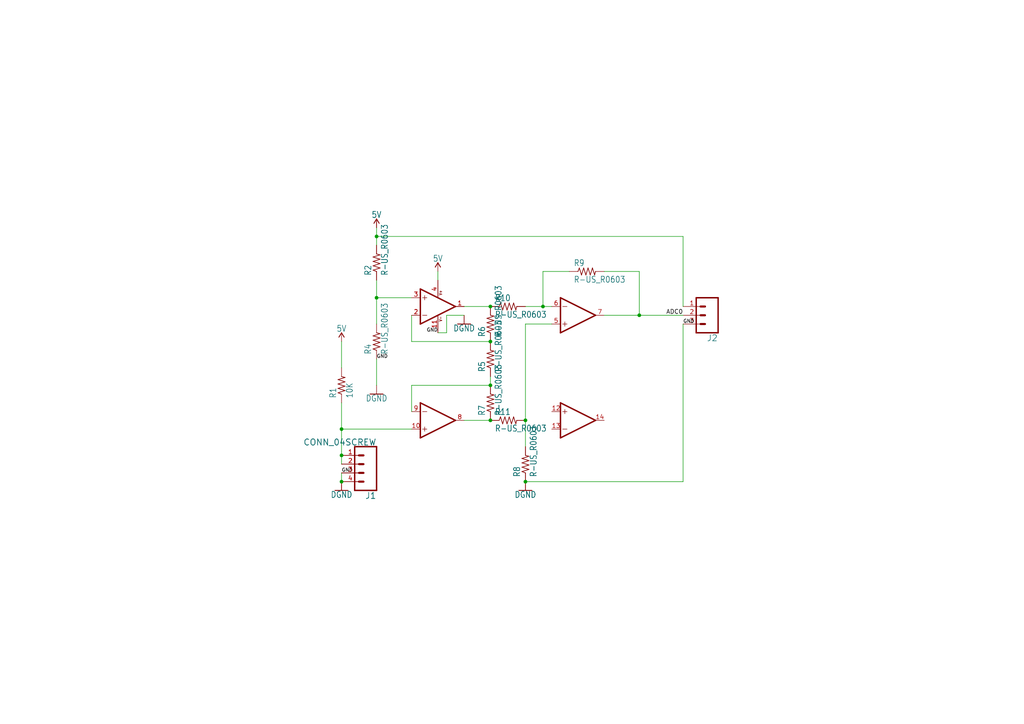
<source format=kicad_sch>
(kicad_sch (version 20220622) (generator eeschema)
  (paper "A4")
  (lib_symbols
    (symbol "Temp Sensor C-eagle-import:5V" (power)
      (property "Value" "5V" (at 0 2.794 0))
      (symbol "5V_1_0"
        (polyline (pts (xy 0 2.54) (xy -0.762 1.27)) (stroke (width 0.254)))
        (polyline (pts (xy 0.762 1.27) (xy 0 2.54)) (stroke (width 0.254)))
        (pin power_in line (at 0 0 90) (length 2.54) (name "5V") (number "1"))
      )
    )
    (symbol "Temp Sensor C-eagle-import:CONN_03"
      (property "Reference" "J" (at -2.54 5.588 0))
      (property "Value" "CONN_03" (at -2.54 -7.366 0))
      (symbol "CONN_03_1_0"
        (polyline (pts (xy -2.54 5.08) (xy -2.54 -5.08)) (stroke (width 0.4064)))
        (polyline (pts (xy -2.54 5.08) (xy 3.81 5.08)) (stroke (width 0.4064)))
        (polyline (pts (xy 1.27 -2.54) (xy 2.54 -2.54)) (stroke (width 0.6096)))
        (polyline (pts (xy 1.27 0) (xy 2.54 0)) (stroke (width 0.6096)))
        (polyline (pts (xy 1.27 2.54) (xy 2.54 2.54)) (stroke (width 0.6096)))
        (polyline (pts (xy 3.81 -5.08) (xy -2.54 -5.08)) (stroke (width 0.4064)))
        (polyline (pts (xy 3.81 -5.08) (xy 3.81 5.08)) (stroke (width 0.4064)))
        (pin passive line (at 7.62 -2.54 180) (length 5.08) (name "1") (number "1"))
        (pin passive line (at 7.62 0 180) (length 5.08) (name "2") (number "2"))
        (pin passive line (at 7.62 2.54 180) (length 5.08) (name "3") (number "3"))
      )
    )
    (symbol "Temp Sensor C-eagle-import:CONN_04SCREW"
      (property "Reference" "J" (at -5.08 8.128 0))
      (property "Value" "CONN_04SCREW" (at -5.08 -7.366 0))
      (symbol "CONN_04SCREW_1_0"
        (polyline (pts (xy -5.08 7.62) (xy -5.08 -5.08)) (stroke (width 0.4064)))
        (polyline (pts (xy -5.08 7.62) (xy 1.27 7.62)) (stroke (width 0.4064)))
        (polyline (pts (xy -1.27 -2.54) (xy 0 -2.54)) (stroke (width 0.6096)))
        (polyline (pts (xy -1.27 0) (xy 0 0)) (stroke (width 0.6096)))
        (polyline (pts (xy -1.27 2.54) (xy 0 2.54)) (stroke (width 0.6096)))
        (polyline (pts (xy -1.27 5.08) (xy 0 5.08)) (stroke (width 0.6096)))
        (polyline (pts (xy 1.27 -5.08) (xy -5.08 -5.08)) (stroke (width 0.4064)))
        (polyline (pts (xy 1.27 -5.08) (xy 1.27 7.62)) (stroke (width 0.4064)))
        (pin passive line (at 5.08 -2.54 180) (length 5.08) (name "1") (number "1"))
        (pin passive line (at 5.08 0 180) (length 5.08) (name "2") (number "2"))
        (pin passive line (at 5.08 2.54 180) (length 5.08) (name "3") (number "3"))
        (pin passive line (at 5.08 5.08 180) (length 5.08) (name "4") (number "4"))
      )
    )
    (symbol "Temp Sensor C-eagle-import:DGND" (power)
      (property "Value" "DGND" (at 0 -0.254 0))
      (symbol "DGND_1_0"
        (polyline (pts (xy -1.905 0) (xy 1.905 0)) (stroke (width 0.254)))
        (pin power_in line (at 0 2.54 270) (length 2.54) (name "GND") (number "1"))
      )
    )
    (symbol "Temp Sensor C-eagle-import:MCP604SL"
      (symbol "MCP604SL_1_0"
        (polyline (pts (xy -5.08 -5.08) (xy 5.08 0)) (stroke (width 0.4064)))
        (polyline (pts (xy -5.08 5.08) (xy -5.08 -5.08)) (stroke (width 0.4064)))
        (polyline (pts (xy -4.445 -2.54) (xy -3.175 -2.54)) (stroke (width 0.1524)))
        (polyline (pts (xy -4.445 2.54) (xy -3.175 2.54)) (stroke (width 0.1524)))
        (polyline (pts (xy -3.81 3.175) (xy -3.81 1.905)) (stroke (width 0.1524)))
        (polyline (pts (xy 5.08 0) (xy -5.08 5.08)) (stroke (width 0.4064)))
        (pin output line (at 7.62 0 180) (length 2.54) (name "OUT") (number "1"))
        (pin input line (at -7.62 -2.54 0) (length 2.54) (name "-IN") (number "2"))
        (pin input line (at -7.62 2.54 0) (length 2.54) (name "+IN") (number "3"))
      )
      (symbol "MCP604SL_2_0"
        (polyline (pts (xy -5.08 -5.08) (xy 5.08 0)) (stroke (width 0.4064)))
        (polyline (pts (xy -5.08 5.08) (xy -5.08 -5.08)) (stroke (width 0.4064)))
        (polyline (pts (xy -4.445 -2.54) (xy -3.175 -2.54)) (stroke (width 0.1524)))
        (polyline (pts (xy -4.445 2.54) (xy -3.175 2.54)) (stroke (width 0.1524)))
        (polyline (pts (xy -3.81 3.175) (xy -3.81 1.905)) (stroke (width 0.1524)))
        (polyline (pts (xy 5.08 0) (xy -5.08 5.08)) (stroke (width 0.4064)))
        (pin input line (at -7.62 2.54 0) (length 2.54) (name "+IN") (number "5"))
        (pin input line (at -7.62 -2.54 0) (length 2.54) (name "-IN") (number "6"))
        (pin output line (at 7.62 0 180) (length 2.54) (name "OUT") (number "7"))
      )
      (symbol "MCP604SL_3_0"
        (polyline (pts (xy -5.08 -5.08) (xy 5.08 0)) (stroke (width 0.4064)))
        (polyline (pts (xy -5.08 5.08) (xy -5.08 -5.08)) (stroke (width 0.4064)))
        (polyline (pts (xy -4.445 -2.54) (xy -3.175 -2.54)) (stroke (width 0.1524)))
        (polyline (pts (xy -4.445 2.54) (xy -3.175 2.54)) (stroke (width 0.1524)))
        (polyline (pts (xy -3.81 3.175) (xy -3.81 1.905)) (stroke (width 0.1524)))
        (polyline (pts (xy 5.08 0) (xy -5.08 5.08)) (stroke (width 0.4064)))
        (pin input line (at -7.62 2.54 0) (length 2.54) (name "+IN") (number "10"))
        (pin output line (at 7.62 0 180) (length 2.54) (name "OUT") (number "8"))
        (pin input line (at -7.62 -2.54 0) (length 2.54) (name "-IN") (number "9"))
      )
      (symbol "MCP604SL_4_0"
        (polyline (pts (xy -5.08 -5.08) (xy 5.08 0)) (stroke (width 0.4064)))
        (polyline (pts (xy -5.08 5.08) (xy -5.08 -5.08)) (stroke (width 0.4064)))
        (polyline (pts (xy -4.445 -2.54) (xy -3.175 -2.54)) (stroke (width 0.1524)))
        (polyline (pts (xy -4.445 2.54) (xy -3.175 2.54)) (stroke (width 0.1524)))
        (polyline (pts (xy -3.81 3.175) (xy -3.81 1.905)) (stroke (width 0.1524)))
        (polyline (pts (xy 5.08 0) (xy -5.08 5.08)) (stroke (width 0.4064)))
        (pin input line (at -7.62 2.54 0) (length 2.54) (name "+IN") (number "12"))
        (pin input line (at -7.62 -2.54 0) (length 2.54) (name "-IN") (number "13"))
        (pin output line (at 7.62 0 180) (length 2.54) (name "OUT") (number "14"))
      )
      (symbol "MCP604SL_5_0"
        (text "V+" (at 1.27 3.175 900) (effects (font (size 0.8128 0.6908)) (justify left bottom)))
        (text "V-" (at 1.27 -4.445 900) (effects (font (size 0.8128 0.6908)) (justify left bottom)))
        (pin power_in line (at 0 -7.62 90) (length 5.08) (name "V-") (number "11"))
        (pin power_in line (at 0 7.62 270) (length 5.08) (name "V+") (number "4"))
      )
    )
    (symbol "Temp Sensor C-eagle-import:R-US_R0603"
      (property "Reference" "R" (at -3.81 1.4986 0))
      (property "Value" "R-US_R0603" (at -3.81 -3.302 0))
      (symbol "R-US_R0603_1_0"
        (polyline (pts (xy -2.54 0) (xy -2.159 1.016)) (stroke (width 0.2032)))
        (polyline (pts (xy -2.159 1.016) (xy -1.524 -1.016)) (stroke (width 0.2032)))
        (polyline (pts (xy -1.524 -1.016) (xy -0.889 1.016)) (stroke (width 0.2032)))
        (polyline (pts (xy -0.889 1.016) (xy -0.254 -1.016)) (stroke (width 0.2032)))
        (polyline (pts (xy -0.254 -1.016) (xy 0.381 1.016)) (stroke (width 0.2032)))
        (polyline (pts (xy 0.381 1.016) (xy 1.016 -1.016)) (stroke (width 0.2032)))
        (polyline (pts (xy 1.016 -1.016) (xy 1.651 1.016)) (stroke (width 0.2032)))
        (polyline (pts (xy 1.651 1.016) (xy 2.286 -1.016)) (stroke (width 0.2032)))
        (polyline (pts (xy 2.286 -1.016) (xy 2.54 0)) (stroke (width 0.2032)))
        (pin passive line (at -5.08 0 0) (length 2.54) (name "1") (number "1"))
        (pin passive line (at 5.08 0 180) (length 2.54) (name "2") (number "2"))
      )
    )
  )
  (junction (at 99.06 139.7))
  (junction (at 152.4 121.92))
  (junction (at 142.24 88.9))
  (junction (at 157.48 88.9))
  (junction (at 142.24 121.92))
  (junction (at 99.06 132.08))
  (junction (at 152.4 139.7))
  (junction (at 142.24 99.06))
  (junction (at 185.42 91.44))
  (junction (at 142.24 111.76))
  (junction (at 99.06 124.46))
  (junction (at 109.22 68.58))
  (junction (at 109.22 86.36))
  (wire (pts (xy 157.48 78.74) (xy 157.48 88.9)))
  (wire (pts (xy 109.22 81.28) (xy 109.22 86.36)))
  (wire (pts (xy 119.38 111.76) (xy 142.24 111.76)))
  (wire (pts (xy 152.4 88.9) (xy 157.48 88.9)))
  (wire (pts (xy 142.24 111.76) (xy 142.24 109.22)))
  (wire (pts (xy 109.22 71.12) (xy 109.22 68.58)))
  (wire (pts (xy 175.26 78.74) (xy 185.42 78.74)))
  (wire (pts (xy 198.12 93.98) (xy 198.12 139.7)))
  (wire (pts (xy 152.4 129.54) (xy 152.4 121.92)))
  (wire (pts (xy 198.12 139.7) (xy 152.4 139.7)))
  (wire (pts (xy 142.24 88.9) (xy 134.62 88.9)))
  (wire (pts (xy 198.12 68.58) (xy 109.22 68.58)))
  (wire (pts (xy 185.42 91.44) (xy 175.26 91.44)))
  (wire (pts (xy 127 81.28) (xy 127 78.74)))
  (wire (pts (xy 119.38 119.38) (xy 119.38 111.76)))
  (wire (pts (xy 152.4 93.98) (xy 160.02 93.98)))
  (wire (pts (xy 129.54 91.44) (xy 134.62 91.44)))
  (wire (pts (xy 119.38 91.44) (xy 119.38 99.06)))
  (wire (pts (xy 157.48 88.9) (xy 160.02 88.9)))
  (wire (pts (xy 119.38 99.06) (xy 142.24 99.06)))
  (wire (pts (xy 134.62 121.92) (xy 142.24 121.92)))
  (wire (pts (xy 185.42 78.74) (xy 185.42 91.44)))
  (wire (pts (xy 129.54 96.52) (xy 129.54 91.44)))
  (wire (pts (xy 99.06 132.08) (xy 99.06 134.62)))
  (wire (pts (xy 198.12 88.9) (xy 198.12 68.58)))
  (wire (pts (xy 99.06 137.16) (xy 99.06 139.7)))
  (wire (pts (xy 165.1 78.74) (xy 157.48 78.74)))
  (wire (pts (xy 127 96.52) (xy 129.54 96.52)))
  (wire (pts (xy 109.22 68.58) (xy 109.22 66.04)))
  (wire (pts (xy 119.38 86.36) (xy 109.22 86.36)))
  (wire (pts (xy 185.42 91.44) (xy 198.12 91.44)))
  (wire (pts (xy 119.38 124.46) (xy 99.06 124.46)))
  (wire (pts (xy 99.06 116.84) (xy 99.06 124.46)))
  (wire (pts (xy 99.06 106.68) (xy 99.06 99.06)))
  (wire (pts (xy 109.22 86.36) (xy 109.22 93.98)))
  (wire (pts (xy 99.06 132.08) (xy 99.06 124.46)))
  (wire (pts (xy 109.22 104.14) (xy 109.22 111.76)))
  (wire (pts (xy 152.4 121.92) (xy 152.4 93.98)))
  (label "GND" (at 109.22 104.14 0) (effects (font (size 1.016 1.016))))
  (label "ADC0" (at 198.12 91.44 180) (effects (font (size 1.2446 1.2446))))
  (label "GND" (at 198.12 93.98 0) (effects (font (size 1.016 1.016))))
  (label "GND" (at 99.06 137.16 0) (effects (font (size 1.016 1.016))))
  (label "GND" (at 127 96.52 180) (effects (font (size 1.016 1.016))))
  (symbol (lib_id "Temp Sensor C-eagle-import:MCP604SL") (at 127 88.9 0) (unit 1)
    (default_instance (reference "U") (unit 1) (value "") (footprint ""))
    (property "Reference" "IC1" (effects hide))
    (property "Value" "MCP604SL" (effects hide))
    (property "Footprint" "Temp Sensor C:SO14" (effects hide))
  )
  (symbol (lib_id "Temp Sensor C-eagle-import:R-US_R0603") (at 109.22 76.2 90) (unit 1)
    (default_instance (reference "U") (unit 1) (value "") (footprint ""))
    (property "Reference" "R2" (at 107.7214 80.01 0) (effects (font (size 1.778 1.5113)) (justify left bottom)))
    (property "Value" "R-US_R0603" (at 112.522 80.01 0) (effects (font (size 1.778 1.5113)) (justify left bottom)))
    (property "Footprint" "Temp Sensor C:R0603" (effects hide))
  )
  (symbol (lib_id "Temp Sensor C-eagle-import:5V") (at 127 78.74 0) (unit 1)
    (default_instance (reference "U") (unit 1) (value "") (footprint ""))
    (property "Reference" "#SUPPLY3" (effects hide))
    (property "Value" "5V" (at 127 75.946 0) (effects (font (size 1.778 1.5113)) (justify bottom)))
    (property "Footprint" "Temp Sensor C:" (effects hide))
  )
  (symbol (lib_id "Temp Sensor C-eagle-import:R-US_R0603") (at 109.22 99.06 90) (unit 1)
    (default_instance (reference "U") (unit 1) (value "") (footprint ""))
    (property "Reference" "R4" (at 107.7214 102.87 0) (effects (font (size 1.778 1.5113)) (justify left bottom)))
    (property "Value" "R-US_R0603" (at 112.522 102.87 0) (effects (font (size 1.778 1.5113)) (justify left bottom)))
    (property "Footprint" "Temp Sensor C:R0603" (effects hide))
  )
  (symbol (lib_id "Temp Sensor C-eagle-import:R-US_R0603") (at 142.24 104.14 90) (unit 1)
    (default_instance (reference "U") (unit 1) (value "") (footprint ""))
    (property "Reference" "R5" (at 140.7414 107.95 0) (effects (font (size 1.778 1.5113)) (justify left bottom)))
    (property "Value" "R-US_R0603" (at 145.542 107.95 0) (effects (font (size 1.778 1.5113)) (justify left bottom)))
    (property "Footprint" "Temp Sensor C:R0603" (effects hide))
  )
  (symbol (lib_id "Temp Sensor C-eagle-import:R-US_R0603") (at 170.18 78.74 0) (unit 1)
    (default_instance (reference "U") (unit 1) (value "") (footprint ""))
    (property "Reference" "R9" (at 166.37 77.2414 0) (effects (font (size 1.778 1.5113)) (justify left bottom)))
    (property "Value" "R-US_R0603" (at 166.37 82.042 0) (effects (font (size 1.778 1.5113)) (justify left bottom)))
    (property "Footprint" "Temp Sensor C:R0603" (effects hide))
  )
  (symbol (lib_id "Temp Sensor C-eagle-import:DGND") (at 152.4 142.24 0) (unit 1)
    (default_instance (reference "U") (unit 1) (value "") (footprint ""))
    (property "Reference" "#GND2" (effects hide))
    (property "Value" "DGND" (at 152.4 142.494 0) (effects (font (size 1.778 1.5113)) (justify top)))
    (property "Footprint" "Temp Sensor C:" (effects hide))
  )
  (symbol (lib_id "Temp Sensor C-eagle-import:R-US_R0603") (at 142.24 93.98 90) (unit 1)
    (default_instance (reference "U") (unit 1) (value "") (footprint ""))
    (property "Reference" "R6" (at 140.7414 97.79 0) (effects (font (size 1.778 1.5113)) (justify left bottom)))
    (property "Value" "R-US_R0603" (at 145.542 97.79 0) (effects (font (size 1.778 1.5113)) (justify left bottom)))
    (property "Footprint" "Temp Sensor C:R0603" (effects hide))
  )
  (symbol (lib_id "Temp Sensor C-eagle-import:DGND") (at 99.06 142.24 0) (unit 1)
    (default_instance (reference "U") (unit 1) (value "") (footprint ""))
    (property "Reference" "#GND1" (effects hide))
    (property "Value" "DGND" (at 99.06 142.494 0) (effects (font (size 1.778 1.5113)) (justify top)))
    (property "Footprint" "Temp Sensor C:" (effects hide))
  )
  (symbol (lib_id "Temp Sensor C-eagle-import:MCP604SL") (at 127 121.92 0) (mirror x) (unit 3)
    (default_instance (reference "U") (unit 1) (value "") (footprint ""))
    (property "Reference" "IC1" (effects hide))
    (property "Value" "MCP604SL" (effects hide))
    (property "Footprint" "Temp Sensor C:SO14" (effects hide))
  )
  (symbol (lib_id "Temp Sensor C-eagle-import:5V") (at 99.06 99.06 0) (unit 1)
    (default_instance (reference "U") (unit 1) (value "") (footprint ""))
    (property "Reference" "#SUPPLY1" (effects hide))
    (property "Value" "5V" (at 99.06 96.266 0) (effects (font (size 1.778 1.5113)) (justify bottom)))
    (property "Footprint" "Temp Sensor C:" (effects hide))
  )
  (symbol (lib_id "Temp Sensor C-eagle-import:DGND") (at 134.62 93.98 0) (unit 1)
    (default_instance (reference "U") (unit 1) (value "") (footprint ""))
    (property "Reference" "#GND4" (effects hide))
    (property "Value" "DGND" (at 134.62 94.234 0) (effects (font (size 1.778 1.5113)) (justify top)))
    (property "Footprint" "Temp Sensor C:" (effects hide))
  )
  (symbol (lib_id "Temp Sensor C-eagle-import:R-US_R0603") (at 147.32 121.92 0) (unit 1)
    (default_instance (reference "U") (unit 1) (value "") (footprint ""))
    (property "Reference" "R11" (at 143.51 120.4214 0) (effects (font (size 1.778 1.5113)) (justify left bottom)))
    (property "Value" "R-US_R0603" (at 143.51 125.222 0) (effects (font (size 1.778 1.5113)) (justify left bottom)))
    (property "Footprint" "Temp Sensor C:R0603" (effects hide))
  )
  (symbol (lib_id "Temp Sensor C-eagle-import:R-US_R0603") (at 152.4 134.62 90) (unit 1)
    (default_instance (reference "U") (unit 1) (value "") (footprint ""))
    (property "Reference" "R8" (at 150.9014 138.43 0) (effects (font (size 1.778 1.5113)) (justify left bottom)))
    (property "Value" "R-US_R0603" (at 155.702 138.43 0) (effects (font (size 1.778 1.5113)) (justify left bottom)))
    (property "Footprint" "Temp Sensor C:R0603" (effects hide))
  )
  (symbol (lib_id "Temp Sensor C-eagle-import:R-US_R0603") (at 147.32 88.9 0) (unit 1)
    (default_instance (reference "U") (unit 1) (value "") (footprint ""))
    (property "Reference" "R10" (at 143.51 87.4014 0) (effects (font (size 1.778 1.5113)) (justify left bottom)))
    (property "Value" "R-US_R0603" (at 143.51 92.202 0) (effects (font (size 1.778 1.5113)) (justify left bottom)))
    (property "Footprint" "Temp Sensor C:R0603" (effects hide))
  )
  (symbol (lib_id "Temp Sensor C-eagle-import:5V") (at 109.22 66.04 0) (unit 1)
    (default_instance (reference "U") (unit 1) (value "") (footprint ""))
    (property "Reference" "#SUPPLY2" (effects hide))
    (property "Value" "5V" (at 109.22 63.246 0) (effects (font (size 1.778 1.5113)) (justify bottom)))
    (property "Footprint" "Temp Sensor C:" (effects hide))
  )
  (symbol (lib_id "Temp Sensor C-eagle-import:CONN_04SCREW") (at 104.14 134.62 180) (unit 1)
    (default_instance (reference "U") (unit 1) (value "") (footprint ""))
    (property "Reference" "J1" (at 109.22 142.748 0) (effects (font (size 1.778 1.778)) (justify left bottom)))
    (property "Value" "CONN_04SCREW" (at 109.22 127.254 0) (effects (font (size 1.778 1.778)) (justify left bottom)))
    (property "Footprint" "Temp Sensor C:SCREWTERMINAL-3.5MM-4" (effects hide))
  )
  (symbol (lib_id "Temp Sensor C-eagle-import:R-US_R0603") (at 142.24 116.84 90) (unit 1)
    (default_instance (reference "U") (unit 1) (value "") (footprint ""))
    (property "Reference" "R7" (at 140.7414 120.65 0) (effects (font (size 1.778 1.5113)) (justify left bottom)))
    (property "Value" "R-US_R0603" (at 145.542 120.65 0) (effects (font (size 1.778 1.5113)) (justify left bottom)))
    (property "Footprint" "Temp Sensor C:R0603" (effects hide))
  )
  (symbol (lib_id "Temp Sensor C-eagle-import:MCP604SL") (at 167.64 91.44 0) (mirror x) (unit 2)
    (default_instance (reference "U") (unit 1) (value "") (footprint ""))
    (property "Reference" "IC1" (effects hide))
    (property "Value" "MCP604SL" (effects hide))
    (property "Footprint" "Temp Sensor C:SO14" (effects hide))
  )
  (symbol (lib_id "Temp Sensor C-eagle-import:CONN_03") (at 205.74 91.44 180) (unit 1)
    (default_instance (reference "U") (unit 1) (value "") (footprint ""))
    (property "Reference" "J2" (at 208.28 97.028 0) (effects (font (size 1.778 1.778)) (justify left bottom)))
    (property "Value" "455-1750-1-ND" (effects hide))
    (property "Footprint" "Temp Sensor C:1X03" (effects hide))
  )
  (symbol (lib_id "Temp Sensor C-eagle-import:MCP604SL") (at 127 88.9 0) (unit 5)
    (default_instance (reference "U") (unit 1) (value "") (footprint ""))
    (property "Reference" "IC1" (effects hide))
    (property "Value" "MCP604SL" (effects hide))
    (property "Footprint" "Temp Sensor C:SO14" (effects hide))
  )
  (symbol (lib_id "Temp Sensor C-eagle-import:R-US_R0603") (at 99.06 111.76 90) (unit 1)
    (default_instance (reference "U") (unit 1) (value "") (footprint ""))
    (property "Reference" "R1" (at 97.5614 115.57 0) (effects (font (size 1.778 1.5113)) (justify left bottom)))
    (property "Value" "10K" (at 102.362 115.57 0) (effects (font (size 1.778 1.5113)) (justify left bottom)))
    (property "Footprint" "Temp Sensor C:R0603" (effects hide))
  )
  (symbol (lib_id "Temp Sensor C-eagle-import:DGND") (at 109.22 114.3 0) (unit 1)
    (default_instance (reference "U") (unit 1) (value "") (footprint ""))
    (property "Reference" "#GND3" (effects hide))
    (property "Value" "DGND" (at 109.22 114.554 0) (effects (font (size 1.778 1.5113)) (justify top)))
    (property "Footprint" "Temp Sensor C:" (effects hide))
  )
  (symbol (lib_id "Temp Sensor C-eagle-import:MCP604SL") (at 167.64 121.92 0) (unit 4)
    (default_instance (reference "U") (unit 1) (value "") (footprint ""))
    (property "Reference" "IC1" (effects hide))
    (property "Value" "MCP604SL" (effects hide))
    (property "Footprint" "Temp Sensor C:SO14" (effects hide))
  )
)
</source>
